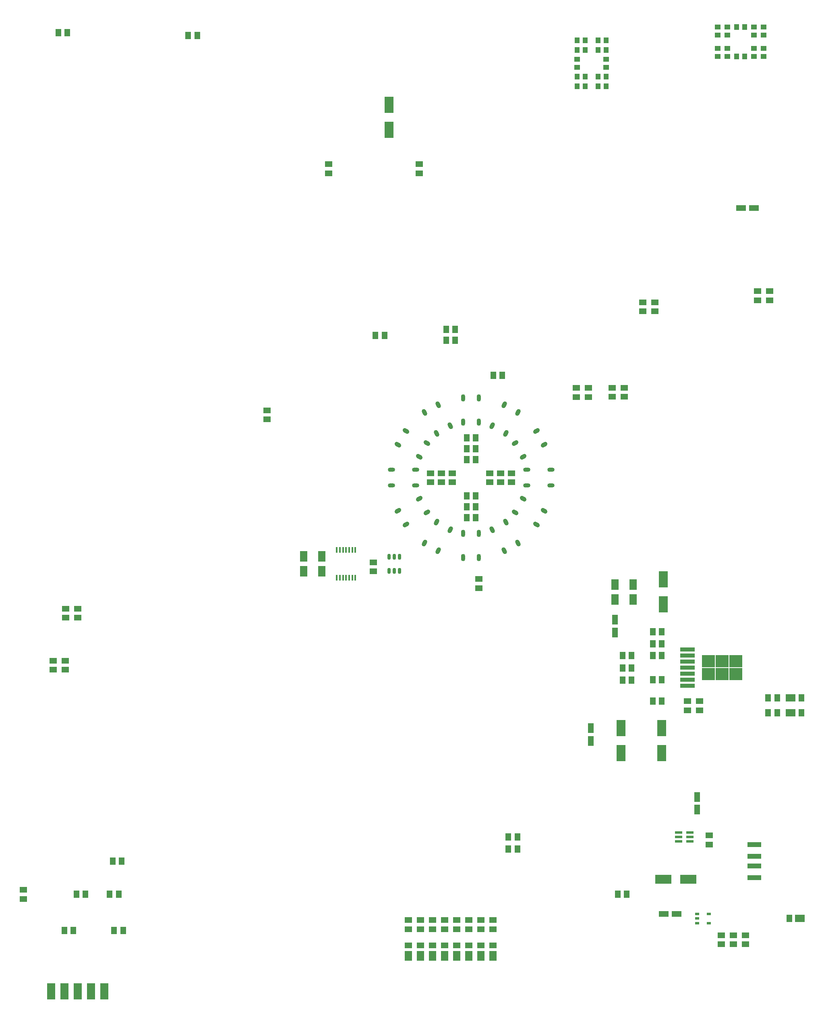
<source format=gtp>
%FSLAX25Y25*%
%MOIN*%
G70*
G01*
G75*
G04 Layer_Color=8421504*
%ADD10R,0.05906X0.05118*%
%ADD11R,0.05118X0.07874*%
%ADD12R,0.05118X0.05906*%
%ADD13R,0.07284X0.13780*%
%ADD14R,0.12047X0.03504*%
%ADD15R,0.33622X0.21063*%
%ADD16R,0.05906X0.08661*%
%ADD17R,0.07874X0.05118*%
G04:AMPARAMS|DCode=18|XSize=35.43mil|YSize=59.06mil|CornerRadius=0mil|HoleSize=0mil|Usage=FLASHONLY|Rotation=150.000|XOffset=0mil|YOffset=0mil|HoleType=Round|Shape=Round|*
%AMOVALD18*
21,1,0.02362,0.03543,0.00000,0.00000,240.0*
1,1,0.03543,0.00591,0.01023*
1,1,0.03543,-0.00591,-0.01023*
%
%ADD18OVALD18*%

G04:AMPARAMS|DCode=19|XSize=35.43mil|YSize=59.06mil|CornerRadius=0mil|HoleSize=0mil|Usage=FLASHONLY|Rotation=120.000|XOffset=0mil|YOffset=0mil|HoleType=Round|Shape=Round|*
%AMOVALD19*
21,1,0.02362,0.03543,0.00000,0.00000,210.0*
1,1,0.03543,0.01023,0.00591*
1,1,0.03543,-0.01023,-0.00591*
%
%ADD19OVALD19*%

G04:AMPARAMS|DCode=20|XSize=35.43mil|YSize=59.06mil|CornerRadius=0mil|HoleSize=0mil|Usage=FLASHONLY|Rotation=30.000|XOffset=0mil|YOffset=0mil|HoleType=Round|Shape=Round|*
%AMOVALD20*
21,1,0.02362,0.03543,0.00000,0.00000,120.0*
1,1,0.03543,0.00591,-0.01023*
1,1,0.03543,-0.00591,0.01023*
%
%ADD20OVALD20*%

G04:AMPARAMS|DCode=21|XSize=35.43mil|YSize=59.06mil|CornerRadius=0mil|HoleSize=0mil|Usage=FLASHONLY|Rotation=60.000|XOffset=0mil|YOffset=0mil|HoleType=Round|Shape=Round|*
%AMOVALD21*
21,1,0.02362,0.03543,0.00000,0.00000,150.0*
1,1,0.03543,0.01023,-0.00591*
1,1,0.03543,-0.01023,0.00591*
%
%ADD21OVALD21*%

%ADD22O,0.05906X0.03543*%
%ADD23O,0.03543X0.05906*%
%ADD24R,0.06600X0.13700*%
%ADD25R,0.11811X0.04409*%
%ADD26R,0.08012X0.05906*%
%ADD27R,0.05906X0.08012*%
%ADD28R,0.04331X0.04724*%
%ADD29R,0.04724X0.04331*%
%ADD30R,0.05906X0.02362*%
%ADD31R,0.03347X0.01969*%
%ADD32R,0.13780X0.07284*%
%ADD33O,0.01417X0.04961*%
%ADD34O,0.02756X0.05118*%
%ADD35C,0.01000*%
%ADD36C,0.03543*%
%ADD37C,0.03937*%
%ADD38C,0.03504*%
%ADD39C,0.02756*%
%ADD40C,0.01969*%
%ADD41C,0.01417*%
%ADD42R,0.05906X0.05906*%
%ADD43C,0.05906*%
%ADD44R,0.05906X0.05906*%
%ADD45C,0.05906*%
%ADD46C,0.06693*%
G04:AMPARAMS|DCode=47|XSize=66.93mil|YSize=66.93mil|CornerRadius=0mil|HoleSize=0mil|Usage=FLASHONLY|Rotation=180.000|XOffset=0mil|YOffset=0mil|HoleType=Round|Shape=Octagon|*
%AMOCTAGOND47*
4,1,8,-0.03347,0.01673,-0.03347,-0.01673,-0.01673,-0.03347,0.01673,-0.03347,0.03347,-0.01673,0.03347,0.01673,0.01673,0.03347,-0.01673,0.03347,-0.03347,0.01673,0.0*
%
%ADD47OCTAGOND47*%

%ADD48C,0.07087*%
%ADD49C,0.15748*%
%ADD50C,0.14961*%
%ADD51C,0.06299*%
%ADD52R,0.06299X0.06299*%
%ADD53C,0.07874*%
%ADD54R,0.07874X0.07874*%
%ADD55R,0.05906X0.05906*%
%ADD56R,0.11811X0.12205*%
%ADD57O,0.08000X0.15748*%
%ADD58C,0.09803*%
%ADD59R,0.23622X0.07874*%
%ADD60R,0.07874X0.23622*%
%ADD61C,0.04724*%
%ADD62C,0.05512*%
%ADD63C,0.07480*%
%ADD64O,0.03937X0.07874*%
%ADD65O,0.03937X0.07874*%
%ADD66C,0.11811*%
%ADD67C,0.02362*%
%ADD68C,0.00984*%
%ADD69C,0.00787*%
%ADD70C,0.02362*%
%ADD71C,0.00394*%
%ADD72C,0.00800*%
%ADD73C,0.02000*%
%ADD74C,0.00591*%
%ADD75C,0.00100*%
%ADD76C,0.01181*%
%ADD77C,0.01575*%
%ADD78R,0.11024X0.03150*%
%ADD79R,0.09000X0.09000*%
%ADD80R,0.10669X0.10138*%
D10*
X482500Y398740D02*
D03*
Y391260D02*
D03*
X460500Y486240D02*
D03*
Y478760D02*
D03*
X442500Y486240D02*
D03*
Y478760D02*
D03*
X509500D02*
D03*
Y486240D02*
D03*
X424000Y95740D02*
D03*
X434000D02*
D03*
X444000D02*
D03*
X454000D02*
D03*
X464000D02*
D03*
X474000D02*
D03*
X484000D02*
D03*
X494000D02*
D03*
X683000Y96760D02*
D03*
Y104240D02*
D03*
X693000Y96760D02*
D03*
Y104240D02*
D03*
X703000Y96760D02*
D03*
Y104240D02*
D03*
X140500Y374240D02*
D03*
Y366760D02*
D03*
X150500Y374240D02*
D03*
Y366760D02*
D03*
X723000Y629260D02*
D03*
Y636740D02*
D03*
X424000Y116740D02*
D03*
Y109260D02*
D03*
X434000Y116740D02*
D03*
Y109260D02*
D03*
X444000Y116740D02*
D03*
Y109260D02*
D03*
X454000Y116740D02*
D03*
Y109260D02*
D03*
X464000Y116740D02*
D03*
Y109260D02*
D03*
X474000Y116740D02*
D03*
Y109260D02*
D03*
X484000Y116740D02*
D03*
Y109260D02*
D03*
X494000Y116740D02*
D03*
Y109260D02*
D03*
X713000Y629260D02*
D03*
Y636740D02*
D03*
X602700Y556800D02*
D03*
Y549320D02*
D03*
X563000Y556740D02*
D03*
Y549260D02*
D03*
X628000Y627600D02*
D03*
Y620120D02*
D03*
X655000Y290260D02*
D03*
Y297740D02*
D03*
X307000Y530760D02*
D03*
Y538240D02*
D03*
X665000Y290260D02*
D03*
Y297740D02*
D03*
X105268Y141740D02*
D03*
Y134260D02*
D03*
X592700Y556800D02*
D03*
Y549320D02*
D03*
X573000Y556740D02*
D03*
Y549260D02*
D03*
X618000Y627600D02*
D03*
Y620120D02*
D03*
X358000Y734260D02*
D03*
Y741740D02*
D03*
X433000D02*
D03*
Y734260D02*
D03*
X673000Y179260D02*
D03*
Y186740D02*
D03*
X395000Y412500D02*
D03*
Y405020D02*
D03*
X451500Y486240D02*
D03*
Y478760D02*
D03*
X500500D02*
D03*
Y486240D02*
D03*
X491500Y478760D02*
D03*
Y486240D02*
D03*
X140000Y323760D02*
D03*
Y331240D02*
D03*
X130000Y323760D02*
D03*
Y331240D02*
D03*
D11*
X595000Y354500D02*
D03*
Y365000D02*
D03*
X663102Y208000D02*
D03*
Y218500D02*
D03*
X575000Y264835D02*
D03*
Y275335D02*
D03*
D12*
X601260Y335500D02*
D03*
X608740D02*
D03*
X608740Y315000D02*
D03*
X601260D02*
D03*
X601260Y325000D02*
D03*
X608740D02*
D03*
X633740Y297740D02*
D03*
X626260D02*
D03*
X633740Y315500D02*
D03*
X626260D02*
D03*
X633740Y355000D02*
D03*
X626260D02*
D03*
X626260Y345000D02*
D03*
X633740D02*
D03*
X479740Y515500D02*
D03*
X472260D02*
D03*
Y467500D02*
D03*
X479740D02*
D03*
X472260Y449500D02*
D03*
X479740D02*
D03*
X749240Y300500D02*
D03*
Y288000D02*
D03*
X739260Y118000D02*
D03*
X626260Y335500D02*
D03*
X633740D02*
D03*
X721760Y300500D02*
D03*
X729240D02*
D03*
X604740Y138000D02*
D03*
X597260D02*
D03*
X146740Y108000D02*
D03*
X139260D02*
D03*
X462740Y596000D02*
D03*
X455260D02*
D03*
X501740Y567000D02*
D03*
X494260D02*
D03*
X404240Y600200D02*
D03*
X396760D02*
D03*
X249240Y848000D02*
D03*
X241760D02*
D03*
X721760Y288000D02*
D03*
X729240D02*
D03*
X506760Y185500D02*
D03*
X514240D02*
D03*
X506760Y175500D02*
D03*
X514240D02*
D03*
X179260Y165500D02*
D03*
X186740D02*
D03*
X188000Y108000D02*
D03*
X180520D02*
D03*
X184240Y138000D02*
D03*
X176760D02*
D03*
X156740D02*
D03*
X149260D02*
D03*
X462740Y605000D02*
D03*
X455260D02*
D03*
X141740Y850500D02*
D03*
X134260D02*
D03*
X479740Y506500D02*
D03*
X472260D02*
D03*
X479740Y497500D02*
D03*
X472260D02*
D03*
Y458500D02*
D03*
X479740D02*
D03*
D13*
X600000Y254665D02*
D03*
Y275335D02*
D03*
X633740Y254665D02*
D03*
Y275335D02*
D03*
X408000Y790835D02*
D03*
Y770165D02*
D03*
X635000Y398335D02*
D03*
Y377665D02*
D03*
D14*
X655000Y340500D02*
D03*
Y335500D02*
D03*
Y330500D02*
D03*
Y325500D02*
D03*
Y320500D02*
D03*
Y315500D02*
D03*
Y310500D02*
D03*
D16*
X610000Y394102D02*
D03*
Y381898D02*
D03*
X595000Y394102D02*
D03*
Y381898D02*
D03*
X337500Y405138D02*
D03*
Y417343D02*
D03*
X352500Y405138D02*
D03*
Y417343D02*
D03*
D17*
X635500Y121740D02*
D03*
X646000D02*
D03*
X699500Y705500D02*
D03*
X710000D02*
D03*
D18*
X493355Y525554D02*
D03*
X504606Y519058D02*
D03*
X503394Y542942D02*
D03*
X514645Y536446D02*
D03*
X458645Y439446D02*
D03*
X447394Y445942D02*
D03*
X448606Y422058D02*
D03*
X437355Y428554D02*
D03*
D19*
X512558Y511106D02*
D03*
X519054Y499855D02*
D03*
X529946Y521145D02*
D03*
X536442Y509894D02*
D03*
X439442Y453894D02*
D03*
X432946Y465145D02*
D03*
X422054Y443855D02*
D03*
X415558Y455106D02*
D03*
D20*
X504606Y445942D02*
D03*
X493355Y439446D02*
D03*
X514645Y428554D02*
D03*
X503394Y422058D02*
D03*
X447394Y519058D02*
D03*
X458645Y525554D02*
D03*
X437355Y536446D02*
D03*
X448606Y542942D02*
D03*
D21*
X519054Y465145D02*
D03*
X512558Y453894D02*
D03*
X536442Y455106D02*
D03*
X529946Y443855D02*
D03*
X432946Y499855D02*
D03*
X439442Y511106D02*
D03*
X415558Y509894D02*
D03*
X422054Y521145D02*
D03*
D22*
X521961Y488996D02*
D03*
Y476004D02*
D03*
X542039Y488996D02*
D03*
Y476004D02*
D03*
X430039Y476004D02*
D03*
Y488996D02*
D03*
X409961Y476004D02*
D03*
Y488996D02*
D03*
D23*
X469504Y528461D02*
D03*
X482496D02*
D03*
X469504Y548539D02*
D03*
X482496D02*
D03*
Y436539D02*
D03*
X469504D02*
D03*
X482496Y416461D02*
D03*
X469504D02*
D03*
D24*
X172268Y57819D02*
D03*
X161268D02*
D03*
X128268D02*
D03*
X139268D02*
D03*
X150268D02*
D03*
D25*
X710500Y151720D02*
D03*
Y161563D02*
D03*
Y169437D02*
D03*
Y179280D02*
D03*
D26*
X740560Y300500D02*
D03*
Y288000D02*
D03*
X747940Y118000D02*
D03*
D27*
X424000Y87060D02*
D03*
X434000D02*
D03*
X444000D02*
D03*
X454000D02*
D03*
X464000D02*
D03*
X474000D02*
D03*
X484000D02*
D03*
X494000D02*
D03*
D28*
X695654Y830933D02*
D03*
X702346D02*
D03*
X695654Y855126D02*
D03*
X702346D02*
D03*
X563604Y806100D02*
D03*
X570296D02*
D03*
X563604Y844100D02*
D03*
X570296D02*
D03*
X587796Y806100D02*
D03*
X581104D02*
D03*
X587796Y844100D02*
D03*
X581104D02*
D03*
X563604Y814100D02*
D03*
X570296D02*
D03*
X563604Y836100D02*
D03*
X570296D02*
D03*
X587796Y814100D02*
D03*
X581104D02*
D03*
X587796Y836100D02*
D03*
X581104D02*
D03*
D29*
X563604Y828446D02*
D03*
Y821754D02*
D03*
X587796Y828446D02*
D03*
Y821754D02*
D03*
X718000Y830933D02*
D03*
Y837626D02*
D03*
X680000Y830933D02*
D03*
Y837626D02*
D03*
X718000Y855126D02*
D03*
Y848433D02*
D03*
X680000Y855126D02*
D03*
Y848433D02*
D03*
X710000Y830933D02*
D03*
Y837626D02*
D03*
X688000Y830933D02*
D03*
Y837626D02*
D03*
X710000Y855126D02*
D03*
Y848433D02*
D03*
X688000Y855126D02*
D03*
Y848433D02*
D03*
D30*
X647776Y181760D02*
D03*
Y185500D02*
D03*
Y189240D02*
D03*
X657224D02*
D03*
Y185500D02*
D03*
Y181760D02*
D03*
D31*
X663197Y121740D02*
D03*
X672803Y114260D02*
D03*
X663197Y118000D02*
D03*
Y114260D02*
D03*
X672803Y121740D02*
D03*
D32*
X655835Y150500D02*
D03*
X635165D02*
D03*
D33*
X380177Y422657D02*
D03*
X377618D02*
D03*
X375059D02*
D03*
X372500D02*
D03*
X369941D02*
D03*
X367382D02*
D03*
X364823D02*
D03*
X380177Y399823D02*
D03*
X377618D02*
D03*
X375059D02*
D03*
X372500D02*
D03*
X369941D02*
D03*
X367382D02*
D03*
X364823D02*
D03*
D34*
X416831Y417047D02*
D03*
X412500D02*
D03*
X408169D02*
D03*
X416831Y405433D02*
D03*
X412500D02*
D03*
X408169D02*
D03*
D80*
X695217Y320037D02*
D03*
Y330963D02*
D03*
X672303D02*
D03*
Y320037D02*
D03*
X683760Y330963D02*
D03*
Y320037D02*
D03*
M02*

</source>
